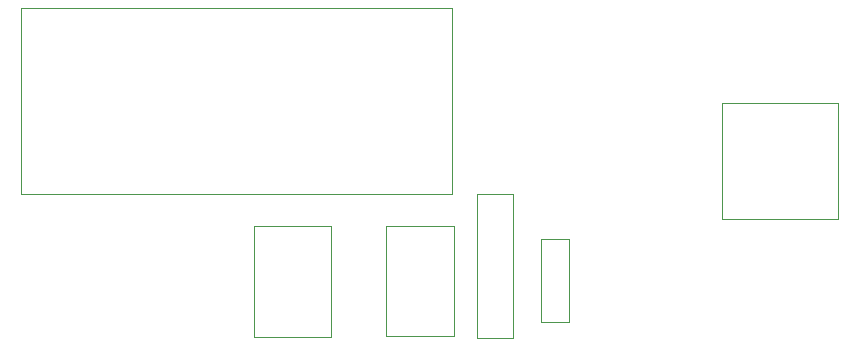
<source format=gbr>
G04 #@! TF.GenerationSoftware,KiCad,Pcbnew,(5.1.5)-3*
G04 #@! TF.CreationDate,2020-02-27T09:45:15+00:00*
G04 #@! TF.ProjectId,fast_diode_pcb,66617374-5f64-4696-9f64-655f7063622e,rev?*
G04 #@! TF.SameCoordinates,Original*
G04 #@! TF.FileFunction,Other,User*
%FSLAX46Y46*%
G04 Gerber Fmt 4.6, Leading zero omitted, Abs format (unit mm)*
G04 Created by KiCad (PCBNEW (5.1.5)-3) date 2020-02-27 09:45:15*
%MOMM*%
%LPD*%
G04 APERTURE LIST*
%ADD10C,0.050000*%
G04 APERTURE END LIST*
D10*
X154810000Y-95380000D02*
X144910000Y-95380000D01*
X144910000Y-95380000D02*
X144910000Y-105280000D01*
X144910000Y-105280000D02*
X154810000Y-105280000D01*
X154810000Y-105280000D02*
X154810000Y-95380000D01*
X132010000Y-106900000D02*
X129610000Y-106900000D01*
X129610000Y-106900000D02*
X129610000Y-114000000D01*
X129610000Y-114000000D02*
X132010000Y-114000000D01*
X132010000Y-114000000D02*
X132010000Y-106900000D01*
X105370000Y-115190000D02*
X105370000Y-105790000D01*
X111870000Y-115190000D02*
X105370000Y-115190000D01*
X111870000Y-105790000D02*
X111870000Y-115190000D01*
X105370000Y-105790000D02*
X111870000Y-105790000D01*
X122080000Y-103100000D02*
X122080000Y-87400000D01*
X122080000Y-103100000D02*
X85580000Y-103100000D01*
X85580000Y-87400000D02*
X85580000Y-103100000D01*
X122080000Y-87400000D02*
X85580000Y-87400000D01*
X127230000Y-103090000D02*
X124230000Y-103090000D01*
X124230000Y-103090000D02*
X124230000Y-115350000D01*
X124230000Y-115350000D02*
X127230000Y-115350000D01*
X127230000Y-115350000D02*
X127230000Y-103090000D01*
X122240000Y-105840000D02*
X116520000Y-105840000D01*
X116520000Y-105840000D02*
X116520000Y-115140000D01*
X116520000Y-115140000D02*
X122240000Y-115140000D01*
X122240000Y-115140000D02*
X122240000Y-105840000D01*
M02*

</source>
